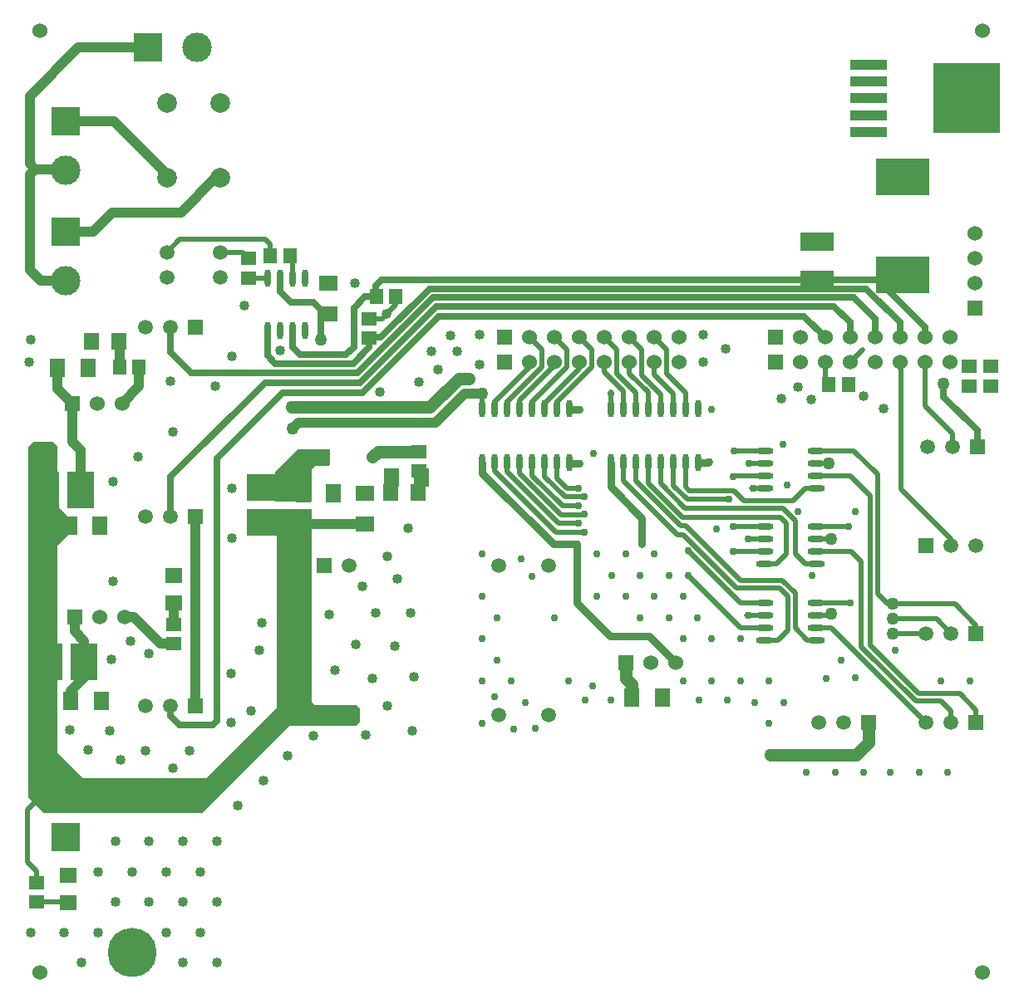
<source format=gbr>
G04 Layer_Physical_Order=2*
G04 Layer_Color=16711680*
%FSLAX25Y25*%
%MOIN*%
%TF.FileFunction,Copper,L2,Bot,Signal*%
%TF.Part,Single*%
G01*
G75*
%TA.AperFunction,SMDPad,CuDef*%
%ADD10R,0.05905X0.07480*%
%ADD11R,0.10709X0.14843*%
%ADD16R,0.05905X0.05512*%
%TA.AperFunction,Conductor*%
%ADD17C,0.02000*%
%ADD18C,0.05000*%
%ADD19C,0.02500*%
%ADD20C,0.04000*%
%ADD21C,0.03000*%
%TA.AperFunction,ComponentPad*%
%ADD25R,0.06000X0.06000*%
%ADD26C,0.06000*%
%TA.AperFunction,WasherPad*%
%ADD27C,0.06000*%
%TA.AperFunction,ViaPad*%
%ADD28C,0.19685*%
%TA.AperFunction,ComponentPad*%
%ADD29R,0.11811X0.11811*%
%ADD30C,0.11811*%
%ADD31R,0.11811X0.11811*%
%ADD32C,0.05905*%
%ADD33R,0.05905X0.05905*%
%ADD34R,0.06000X0.06000*%
%ADD35R,0.05905X0.05905*%
%ADD36C,0.07874*%
%TA.AperFunction,ViaPad*%
%ADD37C,0.05000*%
%ADD38C,0.04000*%
%ADD39C,0.03000*%
%ADD40C,0.02000*%
%TA.AperFunction,SMDPad,CuDef*%
%ADD41R,0.13386X0.07480*%
%ADD42R,0.21654X0.14961*%
%ADD43R,0.26772X0.28346*%
%ADD44R,0.14961X0.04134*%
%ADD45R,0.07087X0.06299*%
%ADD46R,0.05512X0.05905*%
%ADD47O,0.07087X0.02362*%
%ADD48O,0.02362X0.07087*%
%ADD49R,0.07480X0.05905*%
%ADD50R,0.06299X0.07087*%
%ADD51R,0.14843X0.10709*%
G36*
X14600Y191800D02*
X14600Y167800D01*
X18907Y163493D01*
X18907Y156007D01*
X14600Y151700D01*
X14600Y98268D01*
X14601D01*
X14600Y68600D01*
X24700Y58500D01*
X74300Y58500D01*
X88495Y72695D01*
X102500Y86700D01*
X102500Y156700D01*
X102500Y166400D01*
X116700Y166400D01*
X116700Y89005D01*
X118005Y87700D01*
X134500Y87700D01*
X136039Y86161D01*
Y81000D01*
X134500Y79461D01*
X107456D01*
X107456Y79461D01*
X72495Y44500D01*
X9300D01*
X3100Y50700D01*
X3100Y71300D01*
X3100D01*
Y137800D01*
X3100Y191300D01*
X5100Y193300D01*
X13100Y193300D01*
X14600Y191800D01*
D02*
G37*
G36*
X124100Y184300D02*
X123600Y183800D01*
X118100Y183800D01*
X116500Y182200D01*
X116500Y169300D01*
X102100Y169300D01*
X102100Y181300D01*
X111317Y190516D01*
X124100D01*
Y184300D01*
D02*
G37*
D10*
X148520Y178932D02*
D03*
X160724D02*
D03*
X31702Y159831D02*
D03*
X19498D02*
D03*
X257202Y90600D02*
D03*
X244998D02*
D03*
X125402Y172800D02*
D03*
X113198D02*
D03*
X32202Y89200D02*
D03*
X19998D02*
D03*
X26802Y222900D02*
D03*
X14598D02*
D03*
D11*
X25269Y104900D02*
D03*
X11332D02*
D03*
X23968Y174000D02*
D03*
X10031D02*
D03*
D16*
X6400Y16437D02*
D03*
Y8563D02*
D03*
X389000Y215663D02*
D03*
Y223537D02*
D03*
X380300Y215863D02*
D03*
Y223737D02*
D03*
X91400Y266937D02*
D03*
Y259063D02*
D03*
X139600Y234931D02*
D03*
Y242806D02*
D03*
X159600Y189437D02*
D03*
Y181563D02*
D03*
X61200Y112263D02*
D03*
Y120137D02*
D03*
D17*
X332600Y225300D02*
X337600Y230300D01*
X291600Y123800D02*
X298167D01*
X291100D02*
X291600D01*
X322600Y217663D02*
X323963Y216300D01*
X322600Y217663D02*
Y225300D01*
X351100Y224800D02*
X353100Y222800D01*
Y174300D02*
Y222800D01*
Y174300D02*
X373100Y154300D01*
Y151800D02*
Y154300D01*
X214778Y157122D02*
X226100D01*
X190100Y181800D02*
X214778Y157122D01*
X190100Y181800D02*
Y184973D01*
X215757Y160658D02*
X223600D01*
X195100Y181315D02*
X215757Y160658D01*
X195100Y181315D02*
Y184973D01*
X216464Y164193D02*
X226100D01*
X200100Y180557D02*
X216464Y164193D01*
X200100Y180557D02*
Y184973D01*
X217171Y167729D02*
X223600D01*
X205100Y179800D02*
X217171Y167729D01*
X205100Y179800D02*
Y184973D01*
X225085Y171265D02*
X226100D01*
X225050Y171300D02*
X225085Y171265D01*
X222150Y171300D02*
X225050D01*
X222115Y171265D02*
X222150Y171300D01*
X218135Y171265D02*
X222115D01*
X210100Y179300D02*
X218135Y171265D01*
X210100Y179300D02*
Y184973D01*
X288600Y137800D02*
X305382D01*
X266742Y159658D02*
X288600Y137800D01*
X264499Y159658D02*
X266742D01*
X185100Y206627D02*
Y212800D01*
Y213300D01*
X236600Y212800D02*
Y213300D01*
Y206627D02*
Y212800D01*
X249100Y220028D02*
X256600Y212528D01*
Y206627D02*
Y212528D01*
X254100Y220300D02*
X261600Y212800D01*
Y206627D02*
Y212800D01*
X259100Y220543D02*
X266600Y213043D01*
Y206627D02*
Y213043D01*
X360600Y225300D02*
X362600Y223300D01*
Y207800D02*
Y223300D01*
Y207800D02*
X373700Y196700D01*
X254100Y220300D02*
Y225300D01*
Y235300D02*
X259100Y230300D01*
Y220543D02*
Y230300D01*
X244100Y235300D02*
X249100Y230300D01*
Y220543D02*
Y230300D01*
X244100Y220785D02*
X251600Y213285D01*
X244100Y220785D02*
Y225300D01*
X251600Y206627D02*
Y213285D01*
X239100Y220543D02*
X246600Y213043D01*
Y206627D02*
Y213043D01*
X241600Y206627D02*
Y213800D01*
X234100Y221300D02*
X241600Y213800D01*
X234100Y221300D02*
Y225300D01*
X239100Y220543D02*
Y230300D01*
X234100Y235300D02*
X239100Y230300D01*
X215100Y206627D02*
Y209229D01*
X229100Y223229D01*
Y230300D01*
X224100Y222800D02*
Y225300D01*
X210100Y208800D02*
X224100Y222800D01*
X210100Y206627D02*
Y208800D01*
X214100Y223986D02*
Y225300D01*
X200100Y209986D02*
X214100Y223986D01*
X204100Y223300D02*
Y225300D01*
X190100Y209300D02*
X204100Y223300D01*
X190100Y206627D02*
Y209300D01*
X195100Y206627D02*
Y209229D01*
X200100Y206627D02*
Y209986D01*
X205100Y206627D02*
Y209229D01*
X224100Y235300D02*
X229100Y230300D01*
X214100Y235300D02*
X219100Y230300D01*
Y223229D02*
Y230300D01*
X205100Y209229D02*
X219100Y223229D01*
X204100Y235300D02*
X209100Y230300D01*
Y223229D02*
Y230300D01*
X195100Y209229D02*
X209100Y223229D01*
X263278Y156122D02*
X265778D01*
X241600Y177800D02*
X263278Y156122D01*
X241600Y177800D02*
Y184973D01*
X246600Y177557D02*
X264499Y159658D01*
X246600Y177557D02*
Y184973D01*
X265207Y163193D02*
X304707D01*
X251600Y176800D02*
X265207Y163193D01*
X251600Y176800D02*
Y184973D01*
X266428Y166729D02*
X305695D01*
X256600Y176557D02*
X266428Y166729D01*
X256600Y176557D02*
Y184973D01*
X267136Y170264D02*
X284100D01*
X261600Y175800D02*
X267136Y170264D01*
X261600Y175800D02*
Y184973D01*
X291600Y154300D02*
X298167D01*
X292100Y184800D02*
X298167D01*
X288600Y118800D02*
X298167D01*
X267600Y139800D02*
X288600Y118800D01*
Y128800D02*
X298167D01*
X267600Y149800D02*
X288600Y128800D01*
X287100Y134800D02*
X304139D01*
X265778Y156122D02*
X287100Y134800D01*
X305382Y137800D02*
X310600Y132582D01*
Y118599D02*
Y132582D01*
Y118599D02*
X315399Y113800D01*
X298167D02*
X303600D01*
X307600Y117800D01*
Y131339D01*
X304139Y134800D02*
X307600Y131339D01*
X315399Y113800D02*
X319033D01*
X285600Y149300D02*
X298167D01*
X285600Y159300D02*
X298167D01*
X285600Y179300D02*
X286100Y179800D01*
X298167D01*
X286100Y189800D02*
X298167D01*
X314600Y144300D02*
X319033D01*
X310600Y148300D02*
X314600Y144300D01*
X310600Y148300D02*
Y161824D01*
X307100Y148300D02*
Y160800D01*
X303100Y144300D02*
X307100Y148300D01*
X298167Y144300D02*
X303100D01*
X304707Y163193D02*
X307100Y160800D01*
X305695Y166729D02*
X310600Y161824D01*
X293600Y174800D02*
X298167D01*
X293100D02*
X293600D01*
X290100Y169800D02*
X309600D01*
X286100Y173800D02*
X290100Y169800D01*
X268100Y173800D02*
X286100D01*
X309600Y169800D02*
X314600Y174800D01*
X319033D01*
X266600Y175300D02*
X268100Y173800D01*
X266600Y175300D02*
Y184973D01*
X219100Y174800D02*
X223600D01*
X215100Y178800D02*
X219100Y174800D01*
X215100Y178800D02*
Y184973D01*
X337100Y111042D02*
Y145300D01*
X333100Y149300D02*
X337100Y145300D01*
X319033Y149300D02*
X333100D01*
X324600Y123800D02*
X325100Y124300D01*
X319033Y123800D02*
X324600D01*
X340600Y111785D02*
Y171800D01*
X332600Y179800D02*
X340600Y171800D01*
X319033Y179800D02*
X332600D01*
X343600Y132300D02*
Y180300D01*
X334100Y189800D02*
X343600Y180300D01*
X319033Y189800D02*
X334100D01*
X319033Y159300D02*
X332100D01*
X319033Y128800D02*
X332600D01*
X343600Y132300D02*
X347600Y128300D01*
X319033Y154300D02*
X325100D01*
X319033Y184800D02*
X324100D01*
X349141Y116341D02*
X363100D01*
X347600Y128300D02*
X349600D01*
X337100Y111042D02*
X358842Y89300D01*
X376600Y92300D02*
X383100Y85800D01*
X360085Y92300D02*
X376600D01*
X340600Y111785D02*
X360085Y92300D01*
X369100Y89300D02*
X373100Y85300D01*
X358842Y89300D02*
X369100D01*
X325100Y118800D02*
X363100Y80800D01*
X319033Y118800D02*
X325100D01*
X374600Y128300D02*
X383100Y119800D01*
X349600Y128300D02*
X374600D01*
X349183Y116300D02*
X349600D01*
X349141Y116341D02*
X349183Y116300D01*
X349600Y122300D02*
X367141D01*
X373100Y80800D02*
Y85300D01*
X383100Y80800D02*
Y85800D01*
X367141Y122300D02*
X373100Y116341D01*
X383100D02*
Y119800D01*
X373700Y191300D02*
Y196700D01*
X6400Y16437D02*
Y21000D01*
X2700Y24700D02*
X6400Y21000D01*
X2700Y24700D02*
Y45800D01*
X5600Y48700D01*
X6400Y8563D02*
X16175D01*
X16200Y8588D01*
X89037Y269300D02*
X91400Y266937D01*
X79979Y269300D02*
X89037D01*
X58479D02*
X63779Y274600D01*
X98000D01*
X100063Y272537D01*
Y267900D02*
Y272537D01*
X109000Y259033D02*
Y266837D01*
X107937Y267900D02*
X109000Y266837D01*
X91430Y259033D02*
X99000D01*
X91400Y259063D02*
X91430Y259033D01*
X150437Y248443D02*
Y251606D01*
X146600Y244605D02*
X150437Y248443D01*
X139600Y242806D02*
X144800D01*
X146600Y244605D01*
D18*
X175600Y218800D02*
X179600D01*
X108600Y207300D02*
X164100D01*
X175600Y218800D01*
X300600Y67800D02*
X335100D01*
X340100Y72800D02*
Y80800D01*
X335100Y67800D02*
X340100Y72800D01*
Y80800D02*
X340100Y80800D01*
X244998Y90600D02*
Y95902D01*
X242600Y98300D02*
X244998Y95902D01*
X242600Y98300D02*
Y104800D01*
X143237Y189437D02*
X159600D01*
X141000Y187200D02*
X143237Y189437D01*
D19*
X383700Y191300D02*
Y197900D01*
X370100Y211500D02*
X383700Y197900D01*
X370100Y211500D02*
Y216700D01*
X60100Y179300D02*
X97850Y217050D01*
X60100Y163350D02*
Y179300D01*
X314100Y243800D02*
X322600Y235300D01*
X332600D02*
Y241300D01*
X326100Y247800D02*
X332600Y241300D01*
X342600Y235300D02*
Y242800D01*
X334100Y251300D02*
X342600Y242800D01*
X60100Y229300D02*
Y239300D01*
X78600Y81300D02*
Y186800D01*
X77100Y79800D02*
X78600Y81300D01*
X60100Y83300D02*
Y87400D01*
Y83300D02*
X63600Y79800D01*
X77100D01*
X60100Y229300D02*
X68350Y221050D01*
X78600Y186800D02*
X104850Y213050D01*
X343600Y258300D02*
X362600Y239300D01*
Y235300D02*
Y239300D01*
X339100Y254800D02*
X352600Y241300D01*
Y235300D02*
Y241300D01*
X99000Y227900D02*
Y238167D01*
Y227900D02*
X102100Y224800D01*
X104000Y253800D02*
Y259033D01*
Y253800D02*
X108400Y249400D01*
X117400D01*
X120318Y246481D01*
Y234250D02*
Y246481D01*
X109000Y231300D02*
Y238167D01*
Y231300D02*
X112000Y228300D01*
X144700Y258300D02*
X343600D01*
X104850Y213050D02*
X136950D01*
X167700Y243800D01*
X314100D01*
X97850Y217050D02*
X136000D01*
X166750Y247800D01*
X326100D01*
X68350Y221050D02*
X135050D01*
X165301Y251300D01*
X334100D01*
X163851Y254800D02*
X339100D01*
X144251Y235200D02*
X163851Y254800D01*
X139868Y235200D02*
X144251D01*
X139600Y234931D02*
X139868Y235200D01*
X139600Y231200D02*
Y234931D01*
X102100Y224800D02*
X133200D01*
X139600Y231200D01*
X112000Y228300D02*
X130400D01*
X133500Y231400D01*
Y247000D01*
X142268Y255868D02*
X144700Y258300D01*
X142268Y251606D02*
Y255868D01*
X133500Y247000D02*
X138105Y251606D01*
X142268D01*
D20*
X178100Y212800D02*
X185100D01*
X18100Y277642D02*
X28942D01*
X23100Y351800D02*
X50970D01*
X3494Y332194D02*
X23100Y351800D01*
X3494Y304906D02*
Y332194D01*
Y304906D02*
X5600Y302800D01*
X17524D01*
X17866Y302457D01*
X17758Y302800D02*
X18100Y302457D01*
X7942Y257958D02*
X17866D01*
X3600Y262300D02*
X7942Y257958D01*
X3600Y262300D02*
Y300800D01*
X5600Y302800D01*
X28942Y277642D02*
X36767Y285467D01*
X64267D01*
X78100Y299300D01*
X79979D01*
X70100Y87400D02*
Y163350D01*
X18100Y322143D02*
X37157D01*
X58479Y300821D01*
Y299300D02*
Y300821D01*
X109100Y198800D02*
X111200Y200900D01*
X166200D01*
X178100Y212800D01*
X159600Y173188D02*
Y181563D01*
X159312Y172900D02*
X159600Y173188D01*
X110166Y160298D02*
X138000D01*
X56037Y112263D02*
X61200D01*
X45300Y123000D02*
X56037Y112263D01*
X41584Y123000D02*
X45300D01*
X61200Y120137D02*
Y128688D01*
X61300Y128788D01*
X21584Y117316D02*
Y123000D01*
Y117316D02*
X25400Y113500D01*
Y105032D02*
Y113500D01*
X25269Y104900D02*
X25400Y105032D01*
X25269Y98720D02*
Y104900D01*
X19998Y93449D02*
X25269Y98720D01*
X19998Y89200D02*
Y93449D01*
X14600Y214800D02*
X20600Y208800D01*
X14600Y214800D02*
Y221798D01*
X20600Y193400D02*
Y208800D01*
Y193400D02*
X23968Y190032D01*
Y174000D02*
Y190032D01*
X47437Y215637D02*
Y223200D01*
X40600Y208800D02*
X47437Y215637D01*
X39563Y223200D02*
Y233461D01*
X39424Y233600D02*
X39563Y233461D01*
D21*
X213600Y152300D02*
X223100D01*
X185100Y180800D02*
X213600Y152300D01*
X185100Y180800D02*
Y184973D01*
X220273Y206453D02*
X224100D01*
X236600Y175300D02*
Y184973D01*
Y175300D02*
X249100Y162800D01*
Y152300D02*
Y162800D01*
X275773Y184973D02*
X276100Y185300D01*
X271600Y184973D02*
X275773D01*
X220273Y184800D02*
X224100D01*
X220100Y184973D02*
X220273Y184800D01*
X252000Y115400D02*
X262600Y104800D01*
X236300Y115400D02*
X252000D01*
X223100Y128600D02*
X236300Y115400D01*
X223100Y128600D02*
Y152300D01*
D25*
X382600Y246900D02*
D03*
D26*
Y256900D02*
D03*
Y266900D02*
D03*
Y276900D02*
D03*
X214100Y235300D02*
D03*
X204100D02*
D03*
X264100D02*
D03*
X254100D02*
D03*
X244100D02*
D03*
X234100D02*
D03*
X224100D02*
D03*
X214100Y225300D02*
D03*
X204100D02*
D03*
X264100D02*
D03*
X254100D02*
D03*
X244100D02*
D03*
X234100D02*
D03*
X224100D02*
D03*
X322600D02*
D03*
X312600D02*
D03*
X372600D02*
D03*
X362600D02*
D03*
X352600D02*
D03*
X342600D02*
D03*
X332600D02*
D03*
X322600Y235300D02*
D03*
X312600D02*
D03*
X372600D02*
D03*
X362600D02*
D03*
X352600D02*
D03*
X342600D02*
D03*
X332600D02*
D03*
X252600Y104800D02*
D03*
X262600D02*
D03*
X31584Y123000D02*
D03*
X41584D02*
D03*
X30600Y208800D02*
D03*
X40600D02*
D03*
D27*
X7600Y358253D02*
D03*
X385553D02*
D03*
Y-19700D02*
D03*
X7600D02*
D03*
D28*
X44700Y-11600D02*
D03*
D29*
X18100Y34558D02*
D03*
X17866Y322143D02*
D03*
Y277642D02*
D03*
D30*
X18100Y54242D02*
D03*
X70655Y351800D02*
D03*
X17866Y302457D02*
D03*
Y257958D02*
D03*
D31*
X50970Y351800D02*
D03*
D32*
X50100Y239300D02*
D03*
X60100D02*
D03*
X50100Y163350D02*
D03*
X60100D02*
D03*
X50100Y87400D02*
D03*
X60100D02*
D03*
X363700Y191300D02*
D03*
X373700D02*
D03*
X383100Y151800D02*
D03*
X373100D02*
D03*
X320100Y80800D02*
D03*
X330100D02*
D03*
X363100Y80800D02*
D03*
X373100D02*
D03*
X363100Y116341D02*
D03*
X373100D02*
D03*
X211700Y143700D02*
D03*
X191700D02*
D03*
X131700D02*
D03*
X121700Y83700D02*
D03*
X211700D02*
D03*
X191700D02*
D03*
X131700D02*
D03*
X58479Y269300D02*
D03*
Y259300D02*
D03*
X79979Y269300D02*
D03*
Y259300D02*
D03*
D33*
X70100Y239300D02*
D03*
Y163350D02*
D03*
Y87400D02*
D03*
X383700Y191300D02*
D03*
X363100Y151800D02*
D03*
X340100Y80800D02*
D03*
X383100Y80800D02*
D03*
Y116341D02*
D03*
D34*
X194100Y235300D02*
D03*
Y225300D02*
D03*
X302600D02*
D03*
Y235300D02*
D03*
X242600Y104800D02*
D03*
X21584Y123000D02*
D03*
X20600Y208800D02*
D03*
D35*
X121700Y143700D02*
D03*
D36*
X58479Y329300D02*
D03*
Y299300D02*
D03*
X79979Y329300D02*
D03*
Y299300D02*
D03*
D37*
X370100Y216700D02*
D03*
X349600Y122300D02*
D03*
X109100Y198800D02*
D03*
X185100Y212800D02*
D03*
X179600Y218800D02*
D03*
X300600Y67800D02*
D03*
X325100Y124300D02*
D03*
Y154300D02*
D03*
X324100Y184800D02*
D03*
X349600Y128300D02*
D03*
Y116300D02*
D03*
X108600Y207300D02*
D03*
X120318Y234250D02*
D03*
D38*
X84600Y174800D02*
D03*
Y154800D02*
D03*
X150100Y111400D02*
D03*
X137100Y135200D02*
D03*
X51400Y108200D02*
D03*
X43800Y113400D02*
D03*
X78100Y215800D02*
D03*
X84600Y227800D02*
D03*
X103900Y230100D02*
D03*
X4100Y234500D02*
D03*
X59900Y217800D02*
D03*
X3400Y225300D02*
D03*
X61100Y197300D02*
D03*
X47100Y187300D02*
D03*
X37100Y177300D02*
D03*
Y137300D02*
D03*
X84135Y100353D02*
D03*
Y80570D02*
D03*
X67600Y69300D02*
D03*
X50100D02*
D03*
X40000Y65700D02*
D03*
X19600Y77800D02*
D03*
X92400Y85400D02*
D03*
X35600Y77300D02*
D03*
X60900Y62200D02*
D03*
X27100Y69800D02*
D03*
X87100Y47300D02*
D03*
X97400Y57400D02*
D03*
X107100Y67300D02*
D03*
X36300Y106000D02*
D03*
X95600Y109600D02*
D03*
X155200Y158700D02*
D03*
X147100Y147300D02*
D03*
X151100Y138500D02*
D03*
X142300Y124600D02*
D03*
X156400D02*
D03*
X134200Y111900D02*
D03*
X140800Y98200D02*
D03*
X147100Y87300D02*
D03*
X126100Y101600D02*
D03*
X123500Y124000D02*
D03*
X96500Y120800D02*
D03*
X157700Y99100D02*
D03*
X117300Y75400D02*
D03*
X138400Y75800D02*
D03*
X157100Y77300D02*
D03*
X133900Y257000D02*
D03*
X89500Y248100D02*
D03*
X146600Y244605D02*
D03*
X143900Y213500D02*
D03*
X164700Y229700D02*
D03*
X159500Y217400D02*
D03*
X175100Y229800D02*
D03*
X184100Y236300D02*
D03*
X172300Y236000D02*
D03*
X167300Y222200D02*
D03*
X184100Y224300D02*
D03*
X282600Y230800D02*
D03*
X273600Y236300D02*
D03*
Y225300D02*
D03*
X317100Y210300D02*
D03*
X311600Y215300D02*
D03*
X305100Y210800D02*
D03*
X346100Y206800D02*
D03*
X338100Y211800D02*
D03*
X109500Y84000D02*
D03*
X78600Y33000D02*
D03*
X65000D02*
D03*
X58200Y20800D02*
D03*
X71800D02*
D03*
X44600D02*
D03*
X51400Y33000D02*
D03*
Y8600D02*
D03*
X78600D02*
D03*
X65000D02*
D03*
X44600Y-3600D02*
D03*
X71800D02*
D03*
X58200D02*
D03*
X51400Y-15800D02*
D03*
X78600D02*
D03*
X65000D02*
D03*
X37800Y8600D02*
D03*
Y33000D02*
D03*
Y-15800D02*
D03*
X31000Y20800D02*
D03*
Y-3600D02*
D03*
X17400D02*
D03*
X3800D02*
D03*
X24200Y-15800D02*
D03*
D39*
X371624Y60705D02*
D03*
X315100Y60800D02*
D03*
X326600D02*
D03*
X338100D02*
D03*
X305600Y192339D02*
D03*
X197575Y77945D02*
D03*
X185100Y80300D02*
D03*
X206298Y78498D02*
D03*
X288600Y97300D02*
D03*
X277100D02*
D03*
X265600D02*
D03*
X283350Y89800D02*
D03*
X271850D02*
D03*
X229298Y95498D02*
D03*
X185100Y97300D02*
D03*
X189874Y91155D02*
D03*
X190850Y105800D02*
D03*
X196600Y97300D02*
D03*
X202350Y88800D02*
D03*
X226350Y89800D02*
D03*
X236500D02*
D03*
X219600Y97300D02*
D03*
X323100Y98300D02*
D03*
X305850Y88800D02*
D03*
X300100Y97300D02*
D03*
X294350Y88800D02*
D03*
X334600Y98800D02*
D03*
X328850Y105800D02*
D03*
X350600Y109800D02*
D03*
X369100Y97300D02*
D03*
X380600D02*
D03*
X360124Y60705D02*
D03*
X348624D02*
D03*
X300100Y80300D02*
D03*
X317350Y139800D02*
D03*
X334600Y165300D02*
D03*
X311600D02*
D03*
X307419Y176198D02*
D03*
X229600Y188800D02*
D03*
X279100Y158300D02*
D03*
X259850Y139800D02*
D03*
X265600Y131300D02*
D03*
X271350Y122800D02*
D03*
X254100Y148300D02*
D03*
X242600D02*
D03*
X231100D02*
D03*
X248350Y139800D02*
D03*
X236850D02*
D03*
X254100Y131300D02*
D03*
X242600D02*
D03*
X231100D02*
D03*
X185100D02*
D03*
Y114300D02*
D03*
X190850Y122800D02*
D03*
X213850D02*
D03*
X248350D02*
D03*
X288600Y114300D02*
D03*
X277100D02*
D03*
X259850Y122800D02*
D03*
X265600Y114300D02*
D03*
X204800Y139300D02*
D03*
X185100Y148300D02*
D03*
X200600Y146300D02*
D03*
X277100Y206300D02*
D03*
X224100Y206453D02*
D03*
X236600Y212800D02*
D03*
X223100Y152300D02*
D03*
X249100D02*
D03*
X276100Y185300D02*
D03*
X224100Y184800D02*
D03*
X292100D02*
D03*
X291600Y154300D02*
D03*
Y123800D02*
D03*
X267600Y139800D02*
D03*
Y149800D02*
D03*
X285600Y149300D02*
D03*
Y159300D02*
D03*
X286100Y189800D02*
D03*
X285600Y179300D02*
D03*
X284100Y170264D02*
D03*
X293600Y174800D02*
D03*
X226100Y157122D02*
D03*
X223600Y160658D02*
D03*
X226100Y164300D02*
D03*
Y171300D02*
D03*
X223600Y167800D02*
D03*
Y174800D02*
D03*
X332600Y128800D02*
D03*
X332100Y159300D02*
D03*
X6600Y189800D02*
D03*
X11600D02*
D03*
X5100Y136300D02*
D03*
X12600D02*
D03*
D40*
X5600Y48700D02*
D03*
D41*
X319300Y258323D02*
D03*
Y273677D02*
D03*
D42*
X353700Y299785D02*
D03*
Y260415D02*
D03*
D43*
X379332Y331200D02*
D03*
D44*
X339962Y344586D02*
D03*
Y337893D02*
D03*
Y331200D02*
D03*
Y324507D02*
D03*
Y317814D02*
D03*
D45*
X19000Y8388D02*
D03*
Y19412D02*
D03*
X61300Y128788D02*
D03*
Y139812D02*
D03*
D46*
X323963Y216300D02*
D03*
X331837D02*
D03*
X100063Y267900D02*
D03*
X107937D02*
D03*
X142563Y251606D02*
D03*
X150437D02*
D03*
X47437Y223200D02*
D03*
X39563D02*
D03*
D47*
X298167Y174800D02*
D03*
Y179800D02*
D03*
Y184800D02*
D03*
Y189800D02*
D03*
X319033Y174800D02*
D03*
Y179800D02*
D03*
Y184800D02*
D03*
Y189800D02*
D03*
X298167Y144300D02*
D03*
Y149300D02*
D03*
Y154300D02*
D03*
Y159300D02*
D03*
X319033Y144300D02*
D03*
Y149300D02*
D03*
Y154300D02*
D03*
Y159300D02*
D03*
X298167Y113800D02*
D03*
Y118800D02*
D03*
Y123800D02*
D03*
Y128800D02*
D03*
X319033Y113800D02*
D03*
Y118800D02*
D03*
Y123800D02*
D03*
Y128800D02*
D03*
D48*
X236600Y206627D02*
D03*
X241600D02*
D03*
X246600D02*
D03*
X251600D02*
D03*
X256600D02*
D03*
X261600D02*
D03*
X266600D02*
D03*
X271600D02*
D03*
X236600Y184973D02*
D03*
X241600D02*
D03*
X246600D02*
D03*
X251600D02*
D03*
X256600D02*
D03*
X261600D02*
D03*
X266600D02*
D03*
X271600D02*
D03*
X185100Y206627D02*
D03*
X190100D02*
D03*
X195100D02*
D03*
X200100D02*
D03*
X205100D02*
D03*
X210100D02*
D03*
X215100D02*
D03*
X220100D02*
D03*
X185100Y184973D02*
D03*
X190100D02*
D03*
X195100D02*
D03*
X200100D02*
D03*
X205100D02*
D03*
X210100D02*
D03*
X215100D02*
D03*
X220100D02*
D03*
X114000Y238167D02*
D03*
X109000D02*
D03*
X104000D02*
D03*
X99000D02*
D03*
X114000Y259033D02*
D03*
X109000D02*
D03*
X104000D02*
D03*
X99000D02*
D03*
D49*
X123400Y257002D02*
D03*
Y244798D02*
D03*
X138000Y172602D02*
D03*
Y160398D02*
D03*
D50*
X159312Y172900D02*
D03*
X148288D02*
D03*
X39424Y233600D02*
D03*
X28400D02*
D03*
D51*
X97900Y175068D02*
D03*
Y161132D02*
D03*
%TF.MD5,8b470bcdab4260a33a9f11a9cd05fd8d*%
M02*

</source>
